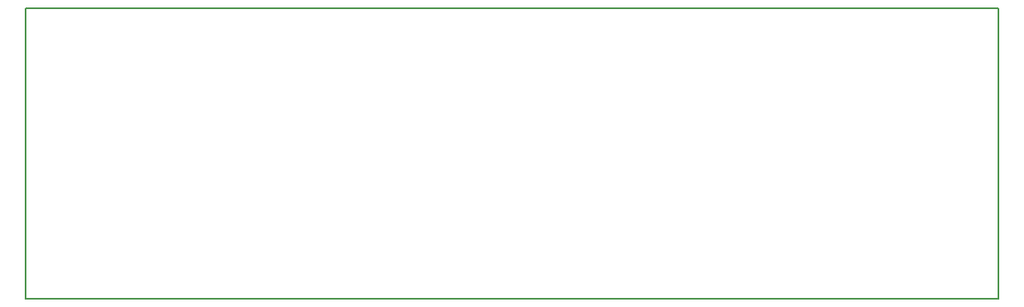
<source format=gm1>
G04 MADE WITH FRITZING*
G04 WWW.FRITZING.ORG*
G04 DOUBLE SIDED*
G04 HOLES PLATED*
G04 CONTOUR ON CENTER OF CONTOUR VECTOR*
%ASAXBY*%
%FSLAX23Y23*%
%MOIN*%
%OFA0B0*%
%SFA1.0B1.0*%
%ADD10R,3.937010X1.181100*%
%ADD11C,0.008000*%
%ADD10C,0.008*%
%LNCONTOUR*%
G90*
G70*
G54D10*
G54D11*
X4Y1177D02*
X3933Y1177D01*
X3933Y4D01*
X4Y4D01*
X4Y1177D01*
D02*
G04 End of contour*
M02*
</source>
